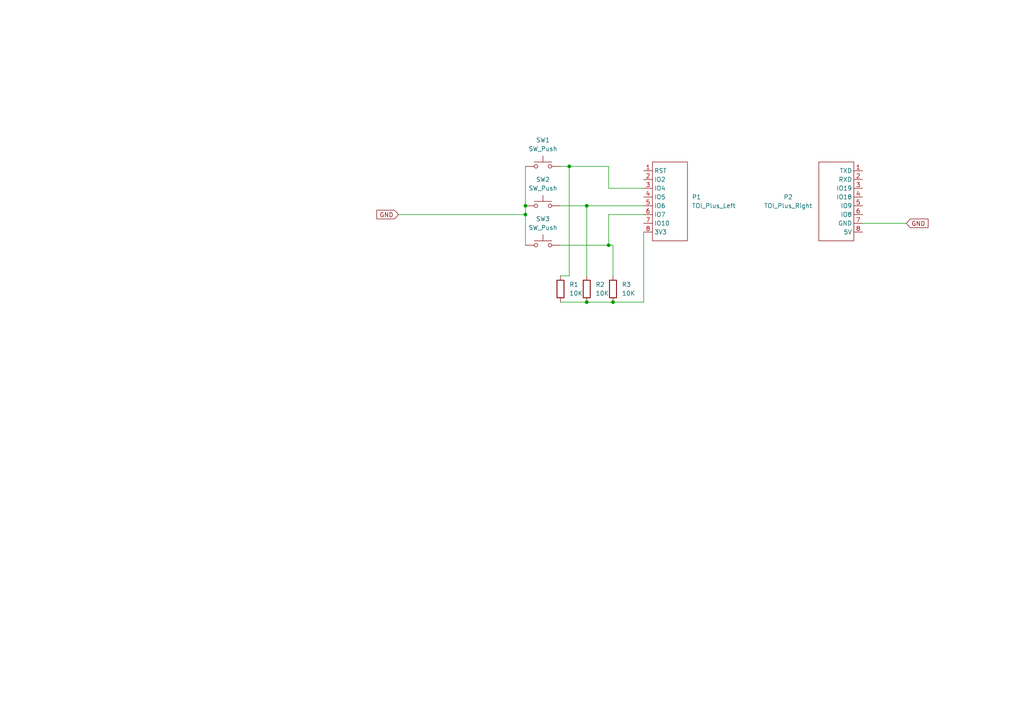
<source format=kicad_sch>
(kicad_sch (version 20211123) (generator eeschema)
  (paper "A4")
  (lib_symbols
    (symbol "Device:R" (pin_numbers hide) (pin_names (offset 0))
      (property "Reference" "R" (at 2.032 0 90))
      (property "Value" "R" (at 0 0 90))
      (symbol "R_0_1"
        (rectangle (start -1.016 -2.54) (end 1.016 2.54) (stroke (width 0.254)))
      )
      (symbol "R_1_1"
        (pin passive line (at 0 3.81 270) (length 1.27) (name "~") (number "1"))
        (pin passive line (at 0 -3.81 90) (length 1.27) (name "~") (number "2"))
      )
    )
    (symbol "Switch:SW_Push" (pin_numbers hide) (pin_names (offset 1.016) hide)
      (property "Reference" "SW" (at 1.27 2.54 0))
      (property "Value" "SW_Push" (at 0 -1.524 0))
      (symbol "SW_Push_0_1"
        (circle (center -2.032 0) (radius 0.508))
        (polyline (pts (xy 0 1.27) (xy 0 3.048)))
        (polyline (pts (xy 2.54 1.27) (xy -2.54 1.27)))
        (circle (center 2.032 0) (radius 0.508))
        (pin passive line (at -5.08 0 0) (length 2.54) (name "1") (number "1"))
        (pin passive line (at 5.08 0 180) (length 2.54) (name "2") (number "2"))
      )
    )
    (symbol "T-OI-PLUS:TOI_Plus_Left"
      (property "Reference" "P" (at -1.27 10.16 0))
      (property "Value" "TOI_Plus_Left" (at -1.27 1.27 90))
      (symbol "TOI_Plus_Left_0_1"
        (rectangle (start -7.62 12.7) (end 2.54 -10.16))
      )
      (symbol "TOI_Plus_Left_1_1"
        (pin input line (at -10.16 10.16 0) (length 2.54) (name "RST") (number "1"))
        (pin input line (at -10.16 7.62 0) (length 2.54) (name "IO2") (number "2"))
        (pin input line (at -10.16 5.08 0) (length 2.54) (name "IO4") (number "3"))
        (pin input line (at -10.16 2.54 0) (length 2.54) (name "IO5") (number "4"))
        (pin input line (at -10.16 0 0) (length 2.54) (name "IO6") (number "5"))
        (pin input line (at -10.16 -2.54 0) (length 2.54) (name "IO7") (number "6"))
        (pin input line (at -10.16 -5.08 0) (length 2.54) (name "IO10") (number "7"))
        (pin power_out line (at -10.16 -7.62 0) (length 2.54) (name "3V3") (number "8"))
      )
    )
    (symbol "T-OI-PLUS:TOI_Plus_Right"
      (property "Reference" "P2" (at -11.43 1.27 0))
      (property "Value" "TOI_Plus_Right" (at -11.43 -1.27 0))
      (symbol "TOI_Plus_Right_0_1"
        (rectangle (start -2.54 11.43) (end 7.62 -11.43))
      )
      (symbol "TOI_Plus_Right_1_1"
        (pin input line (at 10.16 8.89 180) (length 2.54) (name "TXD") (number "1"))
        (pin input line (at 10.16 6.35 180) (length 2.54) (name "RXD") (number "2"))
        (pin input line (at 10.16 3.81 180) (length 2.54) (name "IO19") (number "3"))
        (pin input line (at 10.16 1.27 180) (length 2.54) (name "IO18") (number "4"))
        (pin input line (at 10.16 -1.27 180) (length 2.54) (name "IO9") (number "5"))
        (pin input line (at 10.16 -3.81 180) (length 2.54) (name "IO8") (number "6"))
        (pin power_out line (at 10.16 -6.35 180) (length 2.54) (name "GND") (number "7"))
        (pin power_out line (at 10.16 -8.89 180) (length 2.54) (name "5V") (number "8"))
      )
    )
  )
  (junction (at 152.4 62.23))
  (junction (at 165.1 48.26))
  (junction (at 177.8 87.63))
  (junction (at 176.53 71.12))
  (junction (at 170.18 59.69))
  (junction (at 170.18 87.63))
  (junction (at 152.4 59.69))
  (wire (pts (xy 165.1 80.01) (xy 165.1 48.26)))
  (wire (pts (xy 162.56 59.69) (xy 170.18 59.69)))
  (wire (pts (xy 250.19 64.77) (xy 262.89 64.77)))
  (wire (pts (xy 176.53 62.23) (xy 186.69 62.23)))
  (wire (pts (xy 176.53 48.26) (xy 176.53 54.61)))
  (wire (pts (xy 152.4 59.69) (xy 152.4 62.23)))
  (wire (pts (xy 176.53 71.12) (xy 162.56 71.12)))
  (wire (pts (xy 186.69 67.31) (xy 186.69 87.63)))
  (wire (pts (xy 170.18 59.69) (xy 186.69 59.69)))
  (wire (pts (xy 115.57 62.23) (xy 152.4 62.23)))
  (wire (pts (xy 162.56 80.01) (xy 165.1 80.01)))
  (wire (pts (xy 170.18 87.63) (xy 177.8 87.63)))
  (wire (pts (xy 176.53 71.12) (xy 176.53 62.23)))
  (wire (pts (xy 152.4 62.23) (xy 152.4 71.12)))
  (wire (pts (xy 165.1 48.26) (xy 176.53 48.26)))
  (wire (pts (xy 177.8 71.12) (xy 176.53 71.12)))
  (wire (pts (xy 170.18 59.69) (xy 170.18 80.01)))
  (wire (pts (xy 177.8 80.01) (xy 177.8 71.12)))
  (wire (pts (xy 162.56 48.26) (xy 165.1 48.26)))
  (wire (pts (xy 186.69 87.63) (xy 177.8 87.63)))
  (wire (pts (xy 176.53 54.61) (xy 186.69 54.61)))
  (wire (pts (xy 162.56 87.63) (xy 170.18 87.63)))
  (wire (pts (xy 152.4 48.26) (xy 152.4 59.69)))
  (global_label "GND" (shape input) (at 262.89 64.77 0) (property "Intersheet References" "${INTERSHEET_REFS}" (effects hide)))
  (global_label "GND" (shape input) (at 115.57 62.23 180) (property "Intersheet References" "${INTERSHEET_REFS}" (effects hide)))
  (symbol (lib_id "Device:R") (at 177.8 83.82 0) (unit 1)
    (property "Reference" "R3" (at 180.34 82.5499 0) (effects (justify left)))
    (property "Value" "10K" (at 180.34 85.0899 0) (effects (justify left)))
    (property "Footprint" "Resistor_SMD:R_0805_2012Metric_Pad1.20x1.40mm_HandSolder" (effects hide))
  )
  (symbol (lib_id "T-OI-PLUS:TOI_Plus_Left") (at 196.85 59.69 0) (unit 1)
    (property "Reference" "P1" (at 200.66 57.1499 0) (effects (justify left)))
    (property "Value" "TOI_Plus_Left" (at 200.66 59.6899 0) (effects (justify left)))
    (property "Footprint" "Connector_PinSocket_2.54mm:PinSocket_1x08_P2.54mm_Vertical" (effects hide))
  )
  (symbol (lib_id "T-OI-PLUS:TOI_Plus_Right") (at 240.03 58.42 0) (unit 1)
    (property "Reference" "P2" (at 228.6 57.15 0))
    (property "Value" "TOI_Plus_Right" (at 228.6 59.69 0))
    (property "Footprint" "Connector_PinSocket_2.54mm:PinSocket_1x08_P2.54mm_Vertical" (effects hide))
  )
  (symbol (lib_id "Switch:SW_Push") (at 157.48 71.12 0) (unit 1)
    (property "Reference" "SW3" (at 157.48 63.5 0))
    (property "Value" "SW_Push" (at 157.48 66.04 0))
    (property "Footprint" "Switch_Keyboard_Hotswap_Kailh:SW_Hotswap_Kailh_MX_plated_1.00u" (effects hide))
  )
  (symbol (lib_id "Device:R") (at 170.18 83.82 0) (unit 1)
    (property "Reference" "R2" (at 172.72 82.5499 0) (effects (justify left)))
    (property "Value" "10K" (at 172.72 85.0899 0) (effects (justify left)))
    (property "Footprint" "Resistor_SMD:R_0805_2012Metric_Pad1.20x1.40mm_HandSolder" (effects hide))
  )
  (symbol (lib_id "Switch:SW_Push") (at 157.48 48.26 0) (unit 1)
    (property "Reference" "SW1" (at 157.48 40.64 0))
    (property "Value" "SW_Push" (at 157.48 43.18 0))
    (property "Footprint" "Switch_Keyboard_Hotswap_Kailh:SW_Hotswap_Kailh_MX_plated_1.00u" (effects hide))
  )
  (symbol (lib_id "Switch:SW_Push") (at 157.48 59.69 0) (unit 1)
    (property "Reference" "SW2" (at 157.48 52.07 0))
    (property "Value" "SW_Push" (at 157.48 54.61 0))
    (property "Footprint" "Switch_Keyboard_Hotswap_Kailh:SW_Hotswap_Kailh_MX_plated_1.00u" (effects hide))
  )
  (symbol (lib_id "Device:R") (at 162.56 83.82 0) (unit 1)
    (property "Reference" "R1" (at 165.1 82.5499 0) (effects (justify left)))
    (property "Value" "10K" (at 165.1 85.0899 0) (effects (justify left)))
    (property "Footprint" "Resistor_SMD:R_0805_2012Metric_Pad1.20x1.40mm_HandSolder" (effects hide))
  )
)
</source>
